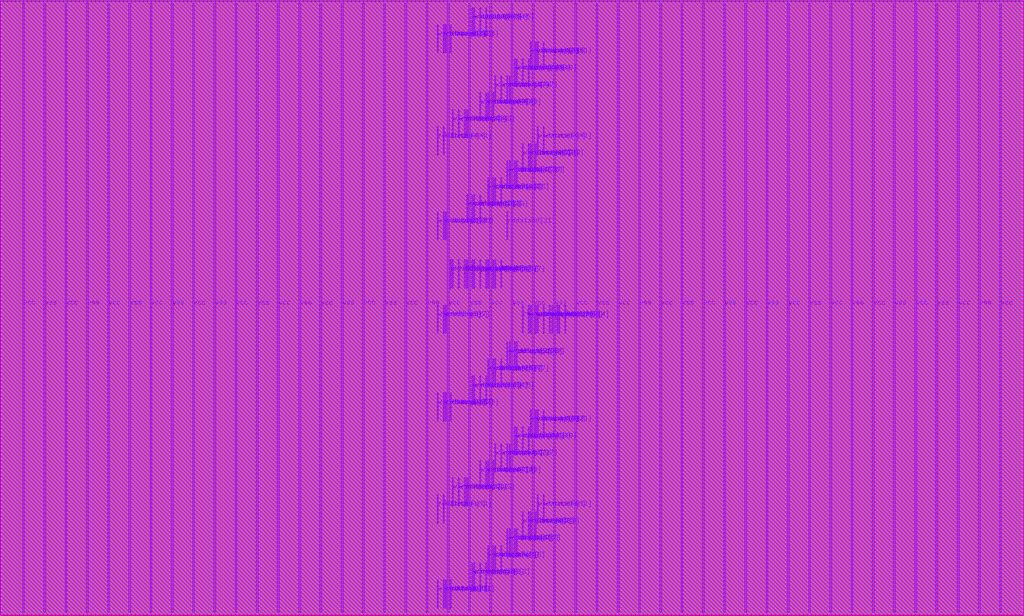
<source format=lef>
VERSION 5.8 ;
BUSBITCHARS "[]" ;
DIVIDERCHAR "/" ;

UNITS
  DATABASE MICRONS 4000 ;
END UNITS

MANUFACTURINGGRID 0.0005 ;

MACRO arf054b256e1r1w0cbbeheaa4acw
  CLASS BLOCK ;
  ORIGIN 0 0 ;
  FOREIGN arf054b256e1r1w0cbbeheaa4acw 0 0 ;
  SIZE 43.2 BY 25.92 ;
  PIN ckrdp0
    DIRECTION INPUT ;
    USE SIGNAL ;
    PORT
      LAYER m7 ;
        RECT 18.984 13.8 19.028 15 ;
    END
  END ckrdp0
  PIN ckwrp0
    DIRECTION INPUT ;
    USE SIGNAL ;
    PORT
      LAYER m7 ;
        RECT 22.028 11.88 22.072 13.08 ;
    END
  END ckwrp0
  PIN rdaddrp0[0]
    DIRECTION INPUT ;
    USE SIGNAL ;
    PORT
      LAYER m7 ;
        RECT 19.884 13.8 19.928 15 ;
    END
  END rdaddrp0[0]
  PIN rdaddrp0[1]
    DIRECTION INPUT ;
    USE SIGNAL ;
    PORT
      LAYER m7 ;
        RECT 19.972 13.8 20.016 15 ;
    END
  END rdaddrp0[1]
  PIN rdaddrp0[2]
    DIRECTION INPUT ;
    USE SIGNAL ;
    PORT
      LAYER m7 ;
        RECT 20.228 13.8 20.272 15 ;
    END
  END rdaddrp0[2]
  PIN rdaddrp0[3]
    DIRECTION INPUT ;
    USE SIGNAL ;
    PORT
      LAYER m7 ;
        RECT 20.484 13.8 20.528 15 ;
    END
  END rdaddrp0[3]
  PIN rdaddrp0[4]
    DIRECTION INPUT ;
    USE SIGNAL ;
    PORT
      LAYER m7 ;
        RECT 20.572 13.8 20.616 15 ;
    END
  END rdaddrp0[4]
  PIN rdaddrp0[5]
    DIRECTION INPUT ;
    USE SIGNAL ;
    PORT
      LAYER m7 ;
        RECT 20.784 13.8 20.828 15 ;
    END
  END rdaddrp0[5]
  PIN rdaddrp0[6]
    DIRECTION INPUT ;
    USE SIGNAL ;
    PORT
      LAYER m7 ;
        RECT 20.872 13.8 20.916 15 ;
    END
  END rdaddrp0[6]
  PIN rdaddrp0[7]
    DIRECTION INPUT ;
    USE SIGNAL ;
    PORT
      LAYER m7 ;
        RECT 21.128 13.8 21.172 15 ;
    END
  END rdaddrp0[7]
  PIN rdaddrp0_fd
    DIRECTION INPUT ;
    USE SIGNAL ;
    PORT
      LAYER m7 ;
        RECT 19.072 13.8 19.116 15 ;
    END
  END rdaddrp0_fd
  PIN rdaddrp0_rd
    DIRECTION INPUT ;
    USE SIGNAL ;
    PORT
      LAYER m7 ;
        RECT 19.328 13.8 19.372 15 ;
    END
  END rdaddrp0_rd
  PIN rddatap0[0]
    DIRECTION OUTPUT ;
    USE SIGNAL ;
    PORT
      LAYER m7 ;
        RECT 18.772 0.24 18.816 1.44 ;
    END
  END rddatap0[0]
  PIN rddatap0[10]
    DIRECTION OUTPUT ;
    USE SIGNAL ;
    PORT
      LAYER m7 ;
        RECT 18.428 3.84 18.472 5.04 ;
    END
  END rddatap0[10]
  PIN rddatap0[11]
    DIRECTION OUTPUT ;
    USE SIGNAL ;
    PORT
      LAYER m7 ;
        RECT 18.684 3.84 18.728 5.04 ;
    END
  END rddatap0[11]
  PIN rddatap0[12]
    DIRECTION OUTPUT ;
    USE SIGNAL ;
    PORT
      LAYER m7 ;
        RECT 19.584 4.56 19.628 5.76 ;
    END
  END rddatap0[12]
  PIN rddatap0[13]
    DIRECTION OUTPUT ;
    USE SIGNAL ;
    PORT
      LAYER m7 ;
        RECT 19.672 4.56 19.716 5.76 ;
    END
  END rddatap0[13]
  PIN rddatap0[14]
    DIRECTION OUTPUT ;
    USE SIGNAL ;
    PORT
      LAYER m7 ;
        RECT 20.572 5.28 20.616 6.48 ;
    END
  END rddatap0[14]
  PIN rddatap0[15]
    DIRECTION OUTPUT ;
    USE SIGNAL ;
    PORT
      LAYER m7 ;
        RECT 20.784 5.28 20.828 6.48 ;
    END
  END rddatap0[15]
  PIN rddatap0[16]
    DIRECTION OUTPUT ;
    USE SIGNAL ;
    PORT
      LAYER m7 ;
        RECT 21.384 6 21.428 7.2 ;
    END
  END rddatap0[16]
  PIN rddatap0[17]
    DIRECTION OUTPUT ;
    USE SIGNAL ;
    PORT
      LAYER m7 ;
        RECT 21.472 6 21.516 7.2 ;
    END
  END rddatap0[17]
  PIN rddatap0[18]
    DIRECTION OUTPUT ;
    USE SIGNAL ;
    PORT
      LAYER m7 ;
        RECT 22.028 6.72 22.072 7.92 ;
    END
  END rddatap0[18]
  PIN rddatap0[19]
    DIRECTION OUTPUT ;
    USE SIGNAL ;
    PORT
      LAYER m7 ;
        RECT 22.284 6.72 22.328 7.92 ;
    END
  END rddatap0[19]
  PIN rddatap0[1]
    DIRECTION OUTPUT ;
    USE SIGNAL ;
    PORT
      LAYER m7 ;
        RECT 18.984 0.24 19.028 1.44 ;
    END
  END rddatap0[1]
  PIN rddatap0[20]
    DIRECTION OUTPUT ;
    USE SIGNAL ;
    PORT
      LAYER m7 ;
        RECT 22.672 7.44 22.716 8.64 ;
    END
  END rddatap0[20]
  PIN rddatap0[21]
    DIRECTION OUTPUT ;
    USE SIGNAL ;
    PORT
      LAYER m7 ;
        RECT 22.928 7.44 22.972 8.64 ;
    END
  END rddatap0[21]
  PIN rddatap0[22]
    DIRECTION OUTPUT ;
    USE SIGNAL ;
    PORT
      LAYER m7 ;
        RECT 18.772 8.16 18.816 9.36 ;
    END
  END rddatap0[22]
  PIN rddatap0[23]
    DIRECTION OUTPUT ;
    USE SIGNAL ;
    PORT
      LAYER m7 ;
        RECT 18.984 8.16 19.028 9.36 ;
    END
  END rddatap0[23]
  PIN rddatap0[24]
    DIRECTION OUTPUT ;
    USE SIGNAL ;
    PORT
      LAYER m7 ;
        RECT 20.228 8.88 20.272 10.08 ;
    END
  END rddatap0[24]
  PIN rddatap0[25]
    DIRECTION OUTPUT ;
    USE SIGNAL ;
    PORT
      LAYER m7 ;
        RECT 20.484 8.88 20.528 10.08 ;
    END
  END rddatap0[25]
  PIN rddatap0[26]
    DIRECTION OUTPUT ;
    USE SIGNAL ;
    PORT
      LAYER m7 ;
        RECT 20.872 9.6 20.916 10.8 ;
    END
  END rddatap0[26]
  PIN rddatap0[27]
    DIRECTION OUTPUT ;
    USE SIGNAL ;
    PORT
      LAYER m7 ;
        RECT 21.128 9.6 21.172 10.8 ;
    END
  END rddatap0[27]
  PIN rddatap0[28]
    DIRECTION OUTPUT ;
    USE SIGNAL ;
    PORT
      LAYER m7 ;
        RECT 21.684 10.32 21.728 11.52 ;
    END
  END rddatap0[28]
  PIN rddatap0[29]
    DIRECTION OUTPUT ;
    USE SIGNAL ;
    PORT
      LAYER m7 ;
        RECT 21.772 10.32 21.816 11.52 ;
    END
  END rddatap0[29]
  PIN rddatap0[2]
    DIRECTION OUTPUT ;
    USE SIGNAL ;
    PORT
      LAYER m7 ;
        RECT 20.228 0.96 20.272 2.16 ;
    END
  END rddatap0[2]
  PIN rddatap0[30]
    DIRECTION OUTPUT ;
    USE SIGNAL ;
    PORT
      LAYER m7 ;
        RECT 18.772 15.84 18.816 17.04 ;
    END
  END rddatap0[30]
  PIN rddatap0[31]
    DIRECTION OUTPUT ;
    USE SIGNAL ;
    PORT
      LAYER m7 ;
        RECT 21.384 15.84 21.428 17.04 ;
    END
  END rddatap0[31]
  PIN rddatap0[32]
    DIRECTION OUTPUT ;
    USE SIGNAL ;
    PORT
      LAYER m7 ;
        RECT 19.972 16.56 20.016 17.76 ;
    END
  END rddatap0[32]
  PIN rddatap0[33]
    DIRECTION OUTPUT ;
    USE SIGNAL ;
    PORT
      LAYER m7 ;
        RECT 20.228 16.56 20.272 17.76 ;
    END
  END rddatap0[33]
  PIN rddatap0[34]
    DIRECTION OUTPUT ;
    USE SIGNAL ;
    PORT
      LAYER m7 ;
        RECT 20.872 17.28 20.916 18.48 ;
    END
  END rddatap0[34]
  PIN rddatap0[35]
    DIRECTION OUTPUT ;
    USE SIGNAL ;
    PORT
      LAYER m7 ;
        RECT 21.128 17.28 21.172 18.48 ;
    END
  END rddatap0[35]
  PIN rddatap0[36]
    DIRECTION OUTPUT ;
    USE SIGNAL ;
    PORT
      LAYER m7 ;
        RECT 21.684 18 21.728 19.2 ;
    END
  END rddatap0[36]
  PIN rddatap0[37]
    DIRECTION OUTPUT ;
    USE SIGNAL ;
    PORT
      LAYER m7 ;
        RECT 21.772 18 21.816 19.2 ;
    END
  END rddatap0[37]
  PIN rddatap0[38]
    DIRECTION OUTPUT ;
    USE SIGNAL ;
    PORT
      LAYER m7 ;
        RECT 22.372 18.72 22.416 19.92 ;
    END
  END rddatap0[38]
  PIN rddatap0[39]
    DIRECTION OUTPUT ;
    USE SIGNAL ;
    PORT
      LAYER m7 ;
        RECT 22.584 18.72 22.628 19.92 ;
    END
  END rddatap0[39]
  PIN rddatap0[3]
    DIRECTION OUTPUT ;
    USE SIGNAL ;
    PORT
      LAYER m7 ;
        RECT 20.484 0.96 20.528 2.16 ;
    END
  END rddatap0[3]
  PIN rddatap0[40]
    DIRECTION OUTPUT ;
    USE SIGNAL ;
    PORT
      LAYER m7 ;
        RECT 18.428 19.44 18.472 20.64 ;
    END
  END rddatap0[40]
  PIN rddatap0[41]
    DIRECTION OUTPUT ;
    USE SIGNAL ;
    PORT
      LAYER m7 ;
        RECT 18.684 19.44 18.728 20.64 ;
    END
  END rddatap0[41]
  PIN rddatap0[42]
    DIRECTION OUTPUT ;
    USE SIGNAL ;
    PORT
      LAYER m7 ;
        RECT 19.584 20.16 19.628 21.36 ;
    END
  END rddatap0[42]
  PIN rddatap0[43]
    DIRECTION OUTPUT ;
    USE SIGNAL ;
    PORT
      LAYER m7 ;
        RECT 19.672 20.16 19.716 21.36 ;
    END
  END rddatap0[43]
  PIN rddatap0[44]
    DIRECTION OUTPUT ;
    USE SIGNAL ;
    PORT
      LAYER m7 ;
        RECT 20.572 20.88 20.616 22.08 ;
    END
  END rddatap0[44]
  PIN rddatap0[45]
    DIRECTION OUTPUT ;
    USE SIGNAL ;
    PORT
      LAYER m7 ;
        RECT 20.784 20.88 20.828 22.08 ;
    END
  END rddatap0[45]
  PIN rddatap0[46]
    DIRECTION OUTPUT ;
    USE SIGNAL ;
    PORT
      LAYER m7 ;
        RECT 21.384 21.6 21.428 22.8 ;
    END
  END rddatap0[46]
  PIN rddatap0[47]
    DIRECTION OUTPUT ;
    USE SIGNAL ;
    PORT
      LAYER m7 ;
        RECT 21.472 21.6 21.516 22.8 ;
    END
  END rddatap0[47]
  PIN rddatap0[48]
    DIRECTION OUTPUT ;
    USE SIGNAL ;
    PORT
      LAYER m7 ;
        RECT 22.028 22.32 22.072 23.52 ;
    END
  END rddatap0[48]
  PIN rddatap0[49]
    DIRECTION OUTPUT ;
    USE SIGNAL ;
    PORT
      LAYER m7 ;
        RECT 22.284 22.32 22.328 23.52 ;
    END
  END rddatap0[49]
  PIN rddatap0[4]
    DIRECTION OUTPUT ;
    USE SIGNAL ;
    PORT
      LAYER m7 ;
        RECT 20.872 1.68 20.916 2.88 ;
    END
  END rddatap0[4]
  PIN rddatap0[50]
    DIRECTION OUTPUT ;
    USE SIGNAL ;
    PORT
      LAYER m7 ;
        RECT 22.672 23.04 22.716 24.24 ;
    END
  END rddatap0[50]
  PIN rddatap0[51]
    DIRECTION OUTPUT ;
    USE SIGNAL ;
    PORT
      LAYER m7 ;
        RECT 22.928 23.04 22.972 24.24 ;
    END
  END rddatap0[51]
  PIN rddatap0[52]
    DIRECTION OUTPUT ;
    USE SIGNAL ;
    PORT
      LAYER m7 ;
        RECT 18.772 23.76 18.816 24.96 ;
    END
  END rddatap0[52]
  PIN rddatap0[53]
    DIRECTION OUTPUT ;
    USE SIGNAL ;
    PORT
      LAYER m7 ;
        RECT 18.984 23.76 19.028 24.96 ;
    END
  END rddatap0[53]
  PIN rddatap0[54]
    DIRECTION OUTPUT ;
    USE SIGNAL ;
    PORT
      LAYER m7 ;
        RECT 20.228 24.48 20.272 25.68 ;
    END
  END rddatap0[54]
  PIN rddatap0[55]
    DIRECTION OUTPUT ;
    USE SIGNAL ;
    PORT
      LAYER m7 ;
        RECT 20.484 24.48 20.528 25.68 ;
    END
  END rddatap0[55]
  PIN rddatap0[5]
    DIRECTION OUTPUT ;
    USE SIGNAL ;
    PORT
      LAYER m7 ;
        RECT 21.128 1.68 21.172 2.88 ;
    END
  END rddatap0[5]
  PIN rddatap0[6]
    DIRECTION OUTPUT ;
    USE SIGNAL ;
    PORT
      LAYER m7 ;
        RECT 21.684 2.4 21.728 3.6 ;
    END
  END rddatap0[6]
  PIN rddatap0[7]
    DIRECTION OUTPUT ;
    USE SIGNAL ;
    PORT
      LAYER m7 ;
        RECT 21.772 2.4 21.816 3.6 ;
    END
  END rddatap0[7]
  PIN rddatap0[8]
    DIRECTION OUTPUT ;
    USE SIGNAL ;
    PORT
      LAYER m7 ;
        RECT 22.372 3.12 22.416 4.32 ;
    END
  END rddatap0[8]
  PIN rddatap0[9]
    DIRECTION OUTPUT ;
    USE SIGNAL ;
    PORT
      LAYER m7 ;
        RECT 22.584 3.12 22.628 4.32 ;
    END
  END rddatap0[9]
  PIN rdenp0
    DIRECTION INPUT ;
    USE SIGNAL ;
    PORT
      LAYER m7 ;
        RECT 19.584 13.8 19.628 15 ;
    END
  END rdenp0
  PIN sdl_initp0
    DIRECTION INPUT ;
    USE SIGNAL ;
    PORT
      LAYER m7 ;
        RECT 19.672 13.8 19.716 15 ;
    END
  END sdl_initp0
  PIN vcc
    DIRECTION INPUT ;
    USE POWER ;
    PORT
      LAYER m7 ;
        RECT 42.262 0.06 42.338 25.86 ;
    END
    PORT
      LAYER m7 ;
        RECT 40.462 0.06 40.538 25.86 ;
    END
    PORT
      LAYER m7 ;
        RECT 38.662 0.06 38.738 25.86 ;
    END
    PORT
      LAYER m7 ;
        RECT 36.862 0.06 36.938 25.86 ;
    END
    PORT
      LAYER m7 ;
        RECT 35.062 0.06 35.138 25.86 ;
    END
    PORT
      LAYER m7 ;
        RECT 33.262 0.06 33.338 25.86 ;
    END
    PORT
      LAYER m7 ;
        RECT 31.462 0.06 31.538 25.86 ;
    END
    PORT
      LAYER m7 ;
        RECT 29.662 0.06 29.738 25.86 ;
    END
    PORT
      LAYER m7 ;
        RECT 27.862 0.06 27.938 25.86 ;
    END
    PORT
      LAYER m7 ;
        RECT 26.062 0.06 26.138 25.86 ;
    END
    PORT
      LAYER m7 ;
        RECT 24.262 0.06 24.338 25.86 ;
    END
    PORT
      LAYER m7 ;
        RECT 22.462 0.06 22.538 25.86 ;
    END
    PORT
      LAYER m7 ;
        RECT 20.662 0.06 20.738 25.86 ;
    END
    PORT
      LAYER m7 ;
        RECT 18.862 0.06 18.938 25.86 ;
    END
    PORT
      LAYER m7 ;
        RECT 17.062 0.06 17.138 25.86 ;
    END
    PORT
      LAYER m7 ;
        RECT 15.262 0.06 15.338 25.86 ;
    END
    PORT
      LAYER m7 ;
        RECT 13.462 0.06 13.538 25.86 ;
    END
    PORT
      LAYER m7 ;
        RECT 11.662 0.06 11.738 25.86 ;
    END
    PORT
      LAYER m7 ;
        RECT 9.862 0.06 9.938 25.86 ;
    END
    PORT
      LAYER m7 ;
        RECT 8.062 0.06 8.138 25.86 ;
    END
    PORT
      LAYER m7 ;
        RECT 6.262 0.06 6.338 25.86 ;
    END
    PORT
      LAYER m7 ;
        RECT 4.462 0.06 4.538 25.86 ;
    END
    PORT
      LAYER m7 ;
        RECT 2.662 0.06 2.738 25.86 ;
    END
    PORT
      LAYER m7 ;
        RECT 0.862 0.06 0.938 25.86 ;
    END
  END vcc
  PIN vss
    DIRECTION INOUT ;
    USE GROUND ;
    PORT
      LAYER m7 ;
        RECT 41.362 0.06 41.438 25.86 ;
    END
    PORT
      LAYER m7 ;
        RECT 39.562 0.06 39.638 25.86 ;
    END
    PORT
      LAYER m7 ;
        RECT 37.762 0.06 37.838 25.86 ;
    END
    PORT
      LAYER m7 ;
        RECT 35.962 0.06 36.038 25.86 ;
    END
    PORT
      LAYER m7 ;
        RECT 34.162 0.06 34.238 25.86 ;
    END
    PORT
      LAYER m7 ;
        RECT 32.362 0.06 32.438 25.86 ;
    END
    PORT
      LAYER m7 ;
        RECT 30.562 0.06 30.638 25.86 ;
    END
    PORT
      LAYER m7 ;
        RECT 28.762 0.06 28.838 25.86 ;
    END
    PORT
      LAYER m7 ;
        RECT 26.962 0.06 27.038 25.86 ;
    END
    PORT
      LAYER m7 ;
        RECT 25.162 0.06 25.238 25.86 ;
    END
    PORT
      LAYER m7 ;
        RECT 23.362 0.06 23.438 25.86 ;
    END
    PORT
      LAYER m7 ;
        RECT 21.562 0.06 21.638 25.86 ;
    END
    PORT
      LAYER m7 ;
        RECT 19.762 0.06 19.838 25.86 ;
    END
    PORT
      LAYER m7 ;
        RECT 17.962 0.06 18.038 25.86 ;
    END
    PORT
      LAYER m7 ;
        RECT 16.162 0.06 16.238 25.86 ;
    END
    PORT
      LAYER m7 ;
        RECT 14.362 0.06 14.438 25.86 ;
    END
    PORT
      LAYER m7 ;
        RECT 12.562 0.06 12.638 25.86 ;
    END
    PORT
      LAYER m7 ;
        RECT 10.762 0.06 10.838 25.86 ;
    END
    PORT
      LAYER m7 ;
        RECT 8.962 0.06 9.038 25.86 ;
    END
    PORT
      LAYER m7 ;
        RECT 7.162 0.06 7.238 25.86 ;
    END
    PORT
      LAYER m7 ;
        RECT 5.362 0.06 5.438 25.86 ;
    END
    PORT
      LAYER m7 ;
        RECT 3.562 0.06 3.638 25.86 ;
    END
    PORT
      LAYER m7 ;
        RECT 1.762 0.06 1.838 25.86 ;
    END
  END vss
  PIN wraddrp0[0]
    DIRECTION INPUT ;
    USE SIGNAL ;
    PORT
      LAYER m7 ;
        RECT 23.184 11.88 23.228 13.08 ;
    END
  END wraddrp0[0]
  PIN wraddrp0[1]
    DIRECTION INPUT ;
    USE SIGNAL ;
    PORT
      LAYER m7 ;
        RECT 23.272 11.88 23.316 13.08 ;
    END
  END wraddrp0[1]
  PIN wraddrp0[2]
    DIRECTION INPUT ;
    USE SIGNAL ;
    PORT
      LAYER m7 ;
        RECT 23.484 11.88 23.528 13.08 ;
    END
  END wraddrp0[2]
  PIN wraddrp0[3]
    DIRECTION INPUT ;
    USE SIGNAL ;
    PORT
      LAYER m7 ;
        RECT 23.572 11.88 23.616 13.08 ;
    END
  END wraddrp0[3]
  PIN wraddrp0[4]
    DIRECTION INPUT ;
    USE SIGNAL ;
    PORT
      LAYER m7 ;
        RECT 23.828 11.88 23.872 13.08 ;
    END
  END wraddrp0[4]
  PIN wraddrp0[5]
    DIRECTION INPUT ;
    USE SIGNAL ;
    PORT
      LAYER m7 ;
        RECT 18.428 11.88 18.472 13.08 ;
    END
  END wraddrp0[5]
  PIN wraddrp0[6]
    DIRECTION INPUT ;
    USE SIGNAL ;
    PORT
      LAYER m7 ;
        RECT 18.684 11.88 18.728 13.08 ;
    END
  END wraddrp0[6]
  PIN wraddrp0[7]
    DIRECTION INPUT ;
    USE SIGNAL ;
    PORT
      LAYER m7 ;
        RECT 18.772 11.88 18.816 13.08 ;
    END
  END wraddrp0[7]
  PIN wraddrp0_fd
    DIRECTION INPUT ;
    USE SIGNAL ;
    PORT
      LAYER m7 ;
        RECT 22.284 11.88 22.328 13.08 ;
    END
  END wraddrp0_fd
  PIN wraddrp0_rd
    DIRECTION INPUT ;
    USE SIGNAL ;
    PORT
      LAYER m7 ;
        RECT 22.372 11.88 22.416 13.08 ;
    END
  END wraddrp0_rd
  PIN wrdatap0[0]
    DIRECTION INPUT ;
    USE SIGNAL ;
    PORT
      LAYER m7 ;
        RECT 18.428 0.24 18.472 1.44 ;
    END
  END wrdatap0[0]
  PIN wrdatap0[10]
    DIRECTION INPUT ;
    USE SIGNAL ;
    PORT
      LAYER m7 ;
        RECT 22.672 3.84 22.716 5.04 ;
    END
  END wrdatap0[10]
  PIN wrdatap0[11]
    DIRECTION INPUT ;
    USE SIGNAL ;
    PORT
      LAYER m7 ;
        RECT 22.928 3.84 22.972 5.04 ;
    END
  END wrdatap0[11]
  PIN wrdatap0[12]
    DIRECTION INPUT ;
    USE SIGNAL ;
    PORT
      LAYER m7 ;
        RECT 19.072 4.56 19.116 5.76 ;
    END
  END wrdatap0[12]
  PIN wrdatap0[13]
    DIRECTION INPUT ;
    USE SIGNAL ;
    PORT
      LAYER m7 ;
        RECT 19.328 4.56 19.372 5.76 ;
    END
  END wrdatap0[13]
  PIN wrdatap0[14]
    DIRECTION INPUT ;
    USE SIGNAL ;
    PORT
      LAYER m7 ;
        RECT 20.228 5.28 20.272 6.48 ;
    END
  END wrdatap0[14]
  PIN wrdatap0[15]
    DIRECTION INPUT ;
    USE SIGNAL ;
    PORT
      LAYER m7 ;
        RECT 20.484 5.28 20.528 6.48 ;
    END
  END wrdatap0[15]
  PIN wrdatap0[16]
    DIRECTION INPUT ;
    USE SIGNAL ;
    PORT
      LAYER m7 ;
        RECT 20.872 6 20.916 7.2 ;
    END
  END wrdatap0[16]
  PIN wrdatap0[17]
    DIRECTION INPUT ;
    USE SIGNAL ;
    PORT
      LAYER m7 ;
        RECT 21.128 6 21.172 7.2 ;
    END
  END wrdatap0[17]
  PIN wrdatap0[18]
    DIRECTION INPUT ;
    USE SIGNAL ;
    PORT
      LAYER m7 ;
        RECT 21.684 6.72 21.728 7.92 ;
    END
  END wrdatap0[18]
  PIN wrdatap0[19]
    DIRECTION INPUT ;
    USE SIGNAL ;
    PORT
      LAYER m7 ;
        RECT 21.772 6.72 21.816 7.92 ;
    END
  END wrdatap0[19]
  PIN wrdatap0[1]
    DIRECTION INPUT ;
    USE SIGNAL ;
    PORT
      LAYER m7 ;
        RECT 18.684 0.24 18.728 1.44 ;
    END
  END wrdatap0[1]
  PIN wrdatap0[20]
    DIRECTION INPUT ;
    USE SIGNAL ;
    PORT
      LAYER m7 ;
        RECT 22.372 7.44 22.416 8.64 ;
    END
  END wrdatap0[20]
  PIN wrdatap0[21]
    DIRECTION INPUT ;
    USE SIGNAL ;
    PORT
      LAYER m7 ;
        RECT 22.584 7.44 22.628 8.64 ;
    END
  END wrdatap0[21]
  PIN wrdatap0[22]
    DIRECTION INPUT ;
    USE SIGNAL ;
    PORT
      LAYER m7 ;
        RECT 18.428 8.16 18.472 9.36 ;
    END
  END wrdatap0[22]
  PIN wrdatap0[23]
    DIRECTION INPUT ;
    USE SIGNAL ;
    PORT
      LAYER m7 ;
        RECT 18.684 8.16 18.728 9.36 ;
    END
  END wrdatap0[23]
  PIN wrdatap0[24]
    DIRECTION INPUT ;
    USE SIGNAL ;
    PORT
      LAYER m7 ;
        RECT 19.884 8.88 19.928 10.08 ;
    END
  END wrdatap0[24]
  PIN wrdatap0[25]
    DIRECTION INPUT ;
    USE SIGNAL ;
    PORT
      LAYER m7 ;
        RECT 19.972 8.88 20.016 10.08 ;
    END
  END wrdatap0[25]
  PIN wrdatap0[26]
    DIRECTION INPUT ;
    USE SIGNAL ;
    PORT
      LAYER m7 ;
        RECT 20.572 9.6 20.616 10.8 ;
    END
  END wrdatap0[26]
  PIN wrdatap0[27]
    DIRECTION INPUT ;
    USE SIGNAL ;
    PORT
      LAYER m7 ;
        RECT 20.784 9.6 20.828 10.8 ;
    END
  END wrdatap0[27]
  PIN wrdatap0[28]
    DIRECTION INPUT ;
    USE SIGNAL ;
    PORT
      LAYER m7 ;
        RECT 21.384 10.32 21.428 11.52 ;
    END
  END wrdatap0[28]
  PIN wrdatap0[29]
    DIRECTION INPUT ;
    USE SIGNAL ;
    PORT
      LAYER m7 ;
        RECT 21.472 10.32 21.516 11.52 ;
    END
  END wrdatap0[29]
  PIN wrdatap0[2]
    DIRECTION INPUT ;
    USE SIGNAL ;
    PORT
      LAYER m7 ;
        RECT 19.884 0.96 19.928 2.16 ;
    END
  END wrdatap0[2]
  PIN wrdatap0[30]
    DIRECTION INPUT ;
    USE SIGNAL ;
    PORT
      LAYER m7 ;
        RECT 18.428 15.84 18.472 17.04 ;
    END
  END wrdatap0[30]
  PIN wrdatap0[31]
    DIRECTION INPUT ;
    USE SIGNAL ;
    PORT
      LAYER m7 ;
        RECT 18.684 15.84 18.728 17.04 ;
    END
  END wrdatap0[31]
  PIN wrdatap0[32]
    DIRECTION INPUT ;
    USE SIGNAL ;
    PORT
      LAYER m7 ;
        RECT 19.672 16.56 19.716 17.76 ;
    END
  END wrdatap0[32]
  PIN wrdatap0[33]
    DIRECTION INPUT ;
    USE SIGNAL ;
    PORT
      LAYER m7 ;
        RECT 19.884 16.56 19.928 17.76 ;
    END
  END wrdatap0[33]
  PIN wrdatap0[34]
    DIRECTION INPUT ;
    USE SIGNAL ;
    PORT
      LAYER m7 ;
        RECT 20.572 17.28 20.616 18.48 ;
    END
  END wrdatap0[34]
  PIN wrdatap0[35]
    DIRECTION INPUT ;
    USE SIGNAL ;
    PORT
      LAYER m7 ;
        RECT 20.784 17.28 20.828 18.48 ;
    END
  END wrdatap0[35]
  PIN wrdatap0[36]
    DIRECTION INPUT ;
    USE SIGNAL ;
    PORT
      LAYER m7 ;
        RECT 21.384 18 21.428 19.2 ;
    END
  END wrdatap0[36]
  PIN wrdatap0[37]
    DIRECTION INPUT ;
    USE SIGNAL ;
    PORT
      LAYER m7 ;
        RECT 21.472 18 21.516 19.2 ;
    END
  END wrdatap0[37]
  PIN wrdatap0[38]
    DIRECTION INPUT ;
    USE SIGNAL ;
    PORT
      LAYER m7 ;
        RECT 22.028 18.72 22.072 19.92 ;
    END
  END wrdatap0[38]
  PIN wrdatap0[39]
    DIRECTION INPUT ;
    USE SIGNAL ;
    PORT
      LAYER m7 ;
        RECT 22.284 18.72 22.328 19.92 ;
    END
  END wrdatap0[39]
  PIN wrdatap0[3]
    DIRECTION INPUT ;
    USE SIGNAL ;
    PORT
      LAYER m7 ;
        RECT 19.972 0.96 20.016 2.16 ;
    END
  END wrdatap0[3]
  PIN wrdatap0[40]
    DIRECTION INPUT ;
    USE SIGNAL ;
    PORT
      LAYER m7 ;
        RECT 22.672 19.44 22.716 20.64 ;
    END
  END wrdatap0[40]
  PIN wrdatap0[41]
    DIRECTION INPUT ;
    USE SIGNAL ;
    PORT
      LAYER m7 ;
        RECT 22.928 19.44 22.972 20.64 ;
    END
  END wrdatap0[41]
  PIN wrdatap0[42]
    DIRECTION INPUT ;
    USE SIGNAL ;
    PORT
      LAYER m7 ;
        RECT 19.072 20.16 19.116 21.36 ;
    END
  END wrdatap0[42]
  PIN wrdatap0[43]
    DIRECTION INPUT ;
    USE SIGNAL ;
    PORT
      LAYER m7 ;
        RECT 19.328 20.16 19.372 21.36 ;
    END
  END wrdatap0[43]
  PIN wrdatap0[44]
    DIRECTION INPUT ;
    USE SIGNAL ;
    PORT
      LAYER m7 ;
        RECT 20.228 20.88 20.272 22.08 ;
    END
  END wrdatap0[44]
  PIN wrdatap0[45]
    DIRECTION INPUT ;
    USE SIGNAL ;
    PORT
      LAYER m7 ;
        RECT 20.484 20.88 20.528 22.08 ;
    END
  END wrdatap0[45]
  PIN wrdatap0[46]
    DIRECTION INPUT ;
    USE SIGNAL ;
    PORT
      LAYER m7 ;
        RECT 20.872 21.6 20.916 22.8 ;
    END
  END wrdatap0[46]
  PIN wrdatap0[47]
    DIRECTION INPUT ;
    USE SIGNAL ;
    PORT
      LAYER m7 ;
        RECT 21.128 21.6 21.172 22.8 ;
    END
  END wrdatap0[47]
  PIN wrdatap0[48]
    DIRECTION INPUT ;
    USE SIGNAL ;
    PORT
      LAYER m7 ;
        RECT 21.684 22.32 21.728 23.52 ;
    END
  END wrdatap0[48]
  PIN wrdatap0[49]
    DIRECTION INPUT ;
    USE SIGNAL ;
    PORT
      LAYER m7 ;
        RECT 21.772 22.32 21.816 23.52 ;
    END
  END wrdatap0[49]
  PIN wrdatap0[4]
    DIRECTION INPUT ;
    USE SIGNAL ;
    PORT
      LAYER m7 ;
        RECT 20.572 1.68 20.616 2.88 ;
    END
  END wrdatap0[4]
  PIN wrdatap0[50]
    DIRECTION INPUT ;
    USE SIGNAL ;
    PORT
      LAYER m7 ;
        RECT 22.372 23.04 22.416 24.24 ;
    END
  END wrdatap0[50]
  PIN wrdatap0[51]
    DIRECTION INPUT ;
    USE SIGNAL ;
    PORT
      LAYER m7 ;
        RECT 22.584 23.04 22.628 24.24 ;
    END
  END wrdatap0[51]
  PIN wrdatap0[52]
    DIRECTION INPUT ;
    USE SIGNAL ;
    PORT
      LAYER m7 ;
        RECT 18.428 23.76 18.472 24.96 ;
    END
  END wrdatap0[52]
  PIN wrdatap0[53]
    DIRECTION INPUT ;
    USE SIGNAL ;
    PORT
      LAYER m7 ;
        RECT 18.684 23.76 18.728 24.96 ;
    END
  END wrdatap0[53]
  PIN wrdatap0[54]
    DIRECTION INPUT ;
    USE SIGNAL ;
    PORT
      LAYER m7 ;
        RECT 19.884 24.48 19.928 25.68 ;
    END
  END wrdatap0[54]
  PIN wrdatap0[55]
    DIRECTION INPUT ;
    USE SIGNAL ;
    PORT
      LAYER m7 ;
        RECT 19.972 24.48 20.016 25.68 ;
    END
  END wrdatap0[55]
  PIN wrdatap0[5]
    DIRECTION INPUT ;
    USE SIGNAL ;
    PORT
      LAYER m7 ;
        RECT 20.784 1.68 20.828 2.88 ;
    END
  END wrdatap0[5]
  PIN wrdatap0[6]
    DIRECTION INPUT ;
    USE SIGNAL ;
    PORT
      LAYER m7 ;
        RECT 21.384 2.4 21.428 3.6 ;
    END
  END wrdatap0[6]
  PIN wrdatap0[7]
    DIRECTION INPUT ;
    USE SIGNAL ;
    PORT
      LAYER m7 ;
        RECT 21.472 2.4 21.516 3.6 ;
    END
  END wrdatap0[7]
  PIN wrdatap0[8]
    DIRECTION INPUT ;
    USE SIGNAL ;
    PORT
      LAYER m7 ;
        RECT 22.028 3.12 22.072 4.32 ;
    END
  END wrdatap0[8]
  PIN wrdatap0[9]
    DIRECTION INPUT ;
    USE SIGNAL ;
    PORT
      LAYER m7 ;
        RECT 22.284 3.12 22.328 4.32 ;
    END
  END wrdatap0[9]
  PIN wrdatap0_fd
    DIRECTION INPUT ;
    USE SIGNAL ;
    PORT
      LAYER m7 ;
        RECT 22.672 11.88 22.716 13.08 ;
    END
  END wrdatap0_fd
  PIN wrdatap0_rd
    DIRECTION INPUT ;
    USE SIGNAL ;
    PORT
      LAYER m7 ;
        RECT 22.928 11.88 22.972 13.08 ;
    END
  END wrdatap0_rd
  PIN wrenp0
    DIRECTION INPUT ;
    USE SIGNAL ;
    PORT
      LAYER m7 ;
        RECT 22.584 11.88 22.628 13.08 ;
    END
  END wrenp0
  OBS
    LAYER m0 SPACING 0 ;
      RECT 0 0 43.2 25.92 ;
    LAYER m1 SPACING 0 ;
      RECT 0 0 43.2 25.92 ;
    LAYER m2 SPACING 0 ;
      RECT -0.0705 -0.038 43.2705 25.958 ;
    LAYER m3 SPACING 0 ;
      RECT -0.035 -0.07 43.235 25.99 ;
    LAYER m4 SPACING 0 ;
      RECT -0.07 -0.038 43.27 25.958 ;
    LAYER m5 SPACING 0 ;
      RECT -0.059 -0.09 43.259 26.01 ;
    LAYER m6 SPACING 0 ;
      RECT -0.09 -0.062 43.29 25.982 ;
    LAYER m7 SPACING 0 ;
      RECT -0.092 -0.06 43.292 25.98 ;
  END
END arf054b256e1r1w0cbbeheaa4acw
END LIBRARY

</source>
